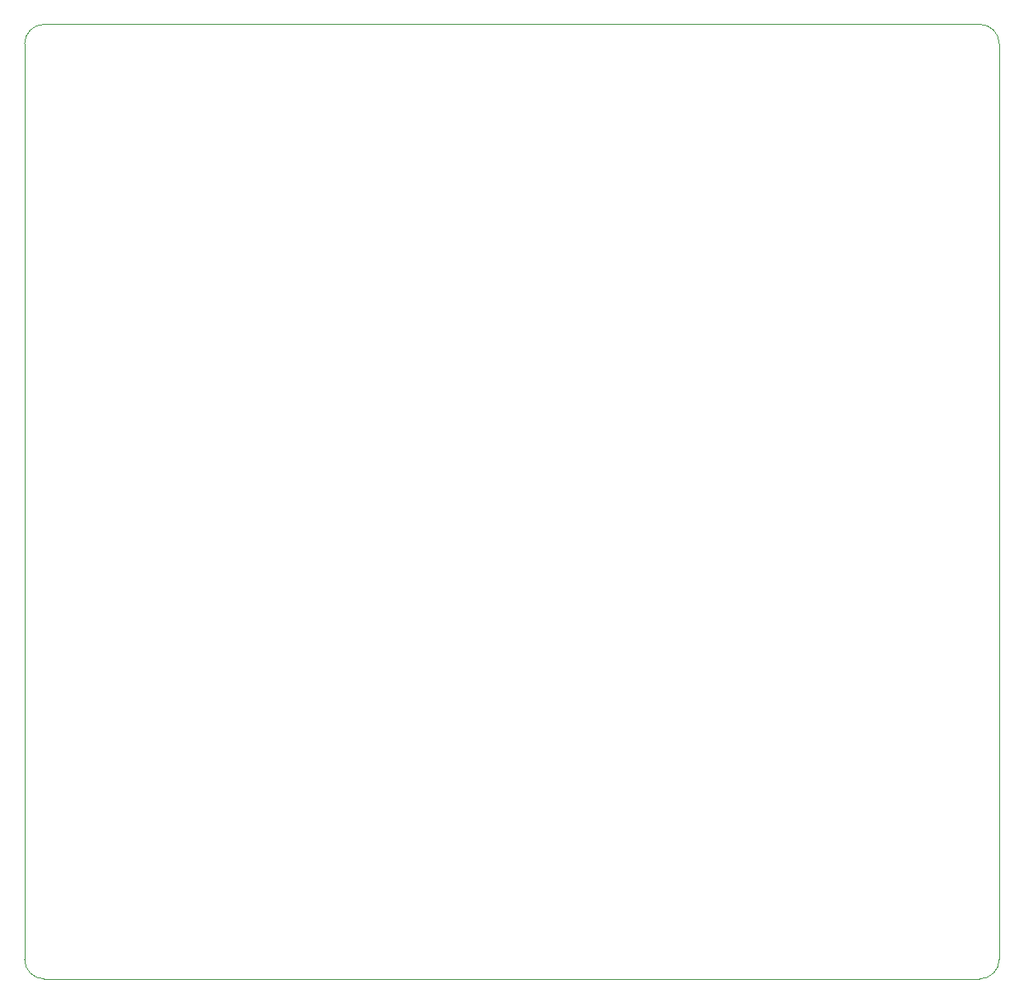
<source format=gbr>
%TF.GenerationSoftware,KiCad,Pcbnew,5.1.4*%
%TF.CreationDate,2019-11-11T16:17:41+01:00*%
%TF.ProjectId,main-board,6d61696e-2d62-46f6-9172-642e6b696361,rev?*%
%TF.SameCoordinates,Original*%
%TF.FileFunction,Profile,NP*%
%FSLAX46Y46*%
G04 Gerber Fmt 4.6, Leading zero omitted, Abs format (unit mm)*
G04 Created by KiCad (PCBNEW 5.1.4) date 2019-11-11 16:17:41*
%MOMM*%
%LPD*%
G04 APERTURE LIST*
%ADD10C,0.050000*%
G04 APERTURE END LIST*
D10*
X95068752Y-45795149D02*
X191068752Y-45795149D01*
X191068752Y-143779149D02*
X95068752Y-143779149D01*
X93068752Y-141782800D02*
X93068752Y-47795149D01*
X193068752Y-47795149D02*
X193068752Y-141782800D01*
X191068752Y-45795149D02*
G75*
G02X193068752Y-47795149I0J-2000000D01*
G01*
X93068752Y-47795149D02*
G75*
G02X95068752Y-45795149I2000000J0D01*
G01*
X95068752Y-143779149D02*
G75*
G02X93068752Y-141779149I0J2000000D01*
G01*
X193068752Y-141779149D02*
G75*
G02X191068752Y-143779149I-2000000J0D01*
G01*
M02*

</source>
